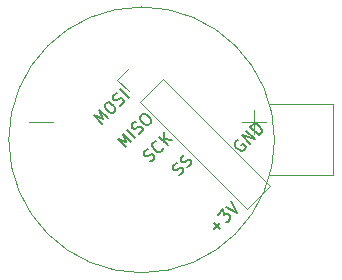
<source format=gbr>
%TF.GenerationSoftware,KiCad,Pcbnew,9.0.6-9.0.6~ubuntu24.04.1*%
%TF.CreationDate,2025-12-16T20:38:13-08:00*%
%TF.ProjectId,Shy_Beeper,5368795f-4265-4657-9065-722e6b696361,rev?*%
%TF.SameCoordinates,Original*%
%TF.FileFunction,Legend,Top*%
%TF.FilePolarity,Positive*%
%FSLAX46Y46*%
G04 Gerber Fmt 4.6, Leading zero omitted, Abs format (unit mm)*
G04 Created by KiCad (PCBNEW 9.0.6-9.0.6~ubuntu24.04.1) date 2025-12-16 20:38:13*
%MOMM*%
%LPD*%
G01*
G04 APERTURE LIST*
%ADD10C,0.200000*%
%ADD11C,0.120000*%
%ADD12C,0.100000*%
G04 APERTURE END LIST*
D10*
X145667508Y-100644711D02*
X144960401Y-99937604D01*
X144960401Y-99937604D02*
X145701179Y-100206978D01*
X145701179Y-100206978D02*
X145431805Y-99466199D01*
X145431805Y-99466199D02*
X146138912Y-100173306D01*
X146475630Y-99836589D02*
X145768523Y-99129482D01*
X146745003Y-99499872D02*
X146879690Y-99432528D01*
X146879690Y-99432528D02*
X147048049Y-99264169D01*
X147048049Y-99264169D02*
X147081721Y-99163154D01*
X147081721Y-99163154D02*
X147081721Y-99095811D01*
X147081721Y-99095811D02*
X147048049Y-98994795D01*
X147048049Y-98994795D02*
X146980706Y-98927452D01*
X146980706Y-98927452D02*
X146879690Y-98893780D01*
X146879690Y-98893780D02*
X146812347Y-98893780D01*
X146812347Y-98893780D02*
X146711331Y-98927452D01*
X146711331Y-98927452D02*
X146542973Y-99028467D01*
X146542973Y-99028467D02*
X146441957Y-99062139D01*
X146441957Y-99062139D02*
X146374614Y-99062139D01*
X146374614Y-99062139D02*
X146273599Y-99028467D01*
X146273599Y-99028467D02*
X146206255Y-98961124D01*
X146206255Y-98961124D02*
X146172583Y-98860108D01*
X146172583Y-98860108D02*
X146172583Y-98792765D01*
X146172583Y-98792765D02*
X146206255Y-98691750D01*
X146206255Y-98691750D02*
X146374614Y-98523391D01*
X146374614Y-98523391D02*
X146509301Y-98456047D01*
X146913362Y-97984643D02*
X147048049Y-97849956D01*
X147048049Y-97849956D02*
X147149064Y-97816284D01*
X147149064Y-97816284D02*
X147283751Y-97816284D01*
X147283751Y-97816284D02*
X147452110Y-97917299D01*
X147452110Y-97917299D02*
X147687812Y-98153002D01*
X147687812Y-98153002D02*
X147788828Y-98321360D01*
X147788828Y-98321360D02*
X147788828Y-98456047D01*
X147788828Y-98456047D02*
X147755156Y-98557063D01*
X147755156Y-98557063D02*
X147620469Y-98691750D01*
X147620469Y-98691750D02*
X147519454Y-98725421D01*
X147519454Y-98725421D02*
X147384767Y-98725421D01*
X147384767Y-98725421D02*
X147216408Y-98624406D01*
X147216408Y-98624406D02*
X146980706Y-98388704D01*
X146980706Y-98388704D02*
X146879690Y-98220345D01*
X146879690Y-98220345D02*
X146879690Y-98085658D01*
X146879690Y-98085658D02*
X146913362Y-97984643D01*
X155164462Y-100000886D02*
X155063447Y-100034558D01*
X155063447Y-100034558D02*
X154962431Y-100135573D01*
X154962431Y-100135573D02*
X154895088Y-100270260D01*
X154895088Y-100270260D02*
X154895088Y-100404947D01*
X154895088Y-100404947D02*
X154928760Y-100505963D01*
X154928760Y-100505963D02*
X155029775Y-100674321D01*
X155029775Y-100674321D02*
X155130790Y-100775337D01*
X155130790Y-100775337D02*
X155299149Y-100876352D01*
X155299149Y-100876352D02*
X155400164Y-100910024D01*
X155400164Y-100910024D02*
X155534851Y-100910024D01*
X155534851Y-100910024D02*
X155669538Y-100842680D01*
X155669538Y-100842680D02*
X155736882Y-100775337D01*
X155736882Y-100775337D02*
X155804225Y-100640650D01*
X155804225Y-100640650D02*
X155804225Y-100573306D01*
X155804225Y-100573306D02*
X155568523Y-100337604D01*
X155568523Y-100337604D02*
X155433836Y-100472291D01*
X156174614Y-100337604D02*
X155467508Y-99630497D01*
X155467508Y-99630497D02*
X156578675Y-99933543D01*
X156578675Y-99933543D02*
X155871569Y-99226436D01*
X156915393Y-99596825D02*
X156208286Y-98889719D01*
X156208286Y-98889719D02*
X156376645Y-98721360D01*
X156376645Y-98721360D02*
X156511332Y-98654016D01*
X156511332Y-98654016D02*
X156646019Y-98654016D01*
X156646019Y-98654016D02*
X156747034Y-98687688D01*
X156747034Y-98687688D02*
X156915393Y-98788703D01*
X156915393Y-98788703D02*
X157016408Y-98889719D01*
X157016408Y-98889719D02*
X157117423Y-99058077D01*
X157117423Y-99058077D02*
X157151095Y-99159093D01*
X157151095Y-99159093D02*
X157151095Y-99293780D01*
X157151095Y-99293780D02*
X157083752Y-99428467D01*
X157083752Y-99428467D02*
X156915393Y-99596825D01*
X153098134Y-107575337D02*
X153636882Y-107036589D01*
X153636882Y-107575337D02*
X153098134Y-107036589D01*
X153468523Y-106329482D02*
X153906255Y-105891749D01*
X153906255Y-105891749D02*
X153939927Y-106396826D01*
X153939927Y-106396826D02*
X154040943Y-106295810D01*
X154040943Y-106295810D02*
X154141958Y-106262139D01*
X154141958Y-106262139D02*
X154209301Y-106262139D01*
X154209301Y-106262139D02*
X154310317Y-106295810D01*
X154310317Y-106295810D02*
X154478675Y-106464169D01*
X154478675Y-106464169D02*
X154512347Y-106565184D01*
X154512347Y-106565184D02*
X154512347Y-106632528D01*
X154512347Y-106632528D02*
X154478675Y-106733543D01*
X154478675Y-106733543D02*
X154276645Y-106935574D01*
X154276645Y-106935574D02*
X154175630Y-106969245D01*
X154175630Y-106969245D02*
X154108286Y-106969245D01*
X154108286Y-105689719D02*
X155051095Y-106161123D01*
X155051095Y-106161123D02*
X154579691Y-105218314D01*
X150193050Y-102989972D02*
X150327737Y-102922628D01*
X150327737Y-102922628D02*
X150496096Y-102754269D01*
X150496096Y-102754269D02*
X150529768Y-102653254D01*
X150529768Y-102653254D02*
X150529768Y-102585911D01*
X150529768Y-102585911D02*
X150496096Y-102484895D01*
X150496096Y-102484895D02*
X150428752Y-102417552D01*
X150428752Y-102417552D02*
X150327737Y-102383880D01*
X150327737Y-102383880D02*
X150260394Y-102383880D01*
X150260394Y-102383880D02*
X150159378Y-102417552D01*
X150159378Y-102417552D02*
X149991020Y-102518567D01*
X149991020Y-102518567D02*
X149890004Y-102552239D01*
X149890004Y-102552239D02*
X149822661Y-102552239D01*
X149822661Y-102552239D02*
X149721646Y-102518567D01*
X149721646Y-102518567D02*
X149654302Y-102451224D01*
X149654302Y-102451224D02*
X149620630Y-102350208D01*
X149620630Y-102350208D02*
X149620630Y-102282865D01*
X149620630Y-102282865D02*
X149654302Y-102181850D01*
X149654302Y-102181850D02*
X149822661Y-102013491D01*
X149822661Y-102013491D02*
X149957348Y-101946147D01*
X150866485Y-102316537D02*
X151001172Y-102249193D01*
X151001172Y-102249193D02*
X151169531Y-102080834D01*
X151169531Y-102080834D02*
X151203203Y-101979819D01*
X151203203Y-101979819D02*
X151203203Y-101912476D01*
X151203203Y-101912476D02*
X151169531Y-101811460D01*
X151169531Y-101811460D02*
X151102187Y-101744117D01*
X151102187Y-101744117D02*
X151001172Y-101710445D01*
X151001172Y-101710445D02*
X150933829Y-101710445D01*
X150933829Y-101710445D02*
X150832813Y-101744117D01*
X150832813Y-101744117D02*
X150664455Y-101845132D01*
X150664455Y-101845132D02*
X150563439Y-101878804D01*
X150563439Y-101878804D02*
X150496096Y-101878804D01*
X150496096Y-101878804D02*
X150395081Y-101845132D01*
X150395081Y-101845132D02*
X150327737Y-101777789D01*
X150327737Y-101777789D02*
X150294065Y-101676773D01*
X150294065Y-101676773D02*
X150294065Y-101609430D01*
X150294065Y-101609430D02*
X150327737Y-101508415D01*
X150327737Y-101508415D02*
X150496096Y-101340056D01*
X150496096Y-101340056D02*
X150630783Y-101272712D01*
X147746308Y-101830501D02*
X147880995Y-101763157D01*
X147880995Y-101763157D02*
X148049354Y-101594798D01*
X148049354Y-101594798D02*
X148083026Y-101493783D01*
X148083026Y-101493783D02*
X148083026Y-101426440D01*
X148083026Y-101426440D02*
X148049354Y-101325424D01*
X148049354Y-101325424D02*
X147982010Y-101258081D01*
X147982010Y-101258081D02*
X147880995Y-101224409D01*
X147880995Y-101224409D02*
X147813652Y-101224409D01*
X147813652Y-101224409D02*
X147712636Y-101258081D01*
X147712636Y-101258081D02*
X147544278Y-101359096D01*
X147544278Y-101359096D02*
X147443262Y-101392768D01*
X147443262Y-101392768D02*
X147375919Y-101392768D01*
X147375919Y-101392768D02*
X147274904Y-101359096D01*
X147274904Y-101359096D02*
X147207560Y-101291753D01*
X147207560Y-101291753D02*
X147173888Y-101190737D01*
X147173888Y-101190737D02*
X147173888Y-101123394D01*
X147173888Y-101123394D02*
X147207560Y-101022379D01*
X147207560Y-101022379D02*
X147375919Y-100854020D01*
X147375919Y-100854020D02*
X147510606Y-100786676D01*
X148823804Y-100685661D02*
X148823804Y-100753005D01*
X148823804Y-100753005D02*
X148756461Y-100887692D01*
X148756461Y-100887692D02*
X148689117Y-100955035D01*
X148689117Y-100955035D02*
X148554430Y-101022379D01*
X148554430Y-101022379D02*
X148419743Y-101022379D01*
X148419743Y-101022379D02*
X148318728Y-100988707D01*
X148318728Y-100988707D02*
X148150369Y-100887692D01*
X148150369Y-100887692D02*
X148049354Y-100786676D01*
X148049354Y-100786676D02*
X147948339Y-100618318D01*
X147948339Y-100618318D02*
X147914667Y-100517302D01*
X147914667Y-100517302D02*
X147914667Y-100382615D01*
X147914667Y-100382615D02*
X147982010Y-100247928D01*
X147982010Y-100247928D02*
X148049354Y-100180585D01*
X148049354Y-100180585D02*
X148184041Y-100113241D01*
X148184041Y-100113241D02*
X148251384Y-100113241D01*
X149194193Y-100449959D02*
X148487087Y-99742852D01*
X149598255Y-100045898D02*
X148891148Y-99944883D01*
X148891148Y-99338791D02*
X148891148Y-100146913D01*
X143667508Y-98644711D02*
X142960401Y-97937604D01*
X142960401Y-97937604D02*
X143701179Y-98206978D01*
X143701179Y-98206978D02*
X143431805Y-97466199D01*
X143431805Y-97466199D02*
X144138912Y-98173306D01*
X143903210Y-96994795D02*
X144037897Y-96860108D01*
X144037897Y-96860108D02*
X144138912Y-96826436D01*
X144138912Y-96826436D02*
X144273599Y-96826436D01*
X144273599Y-96826436D02*
X144441958Y-96927452D01*
X144441958Y-96927452D02*
X144677660Y-97163154D01*
X144677660Y-97163154D02*
X144778675Y-97331513D01*
X144778675Y-97331513D02*
X144778675Y-97466200D01*
X144778675Y-97466200D02*
X144745004Y-97567215D01*
X144745004Y-97567215D02*
X144610317Y-97701902D01*
X144610317Y-97701902D02*
X144509301Y-97735574D01*
X144509301Y-97735574D02*
X144374614Y-97735574D01*
X144374614Y-97735574D02*
X144206256Y-97634558D01*
X144206256Y-97634558D02*
X143970553Y-97398856D01*
X143970553Y-97398856D02*
X143869538Y-97230497D01*
X143869538Y-97230497D02*
X143869538Y-97095810D01*
X143869538Y-97095810D02*
X143903210Y-96994795D01*
X145149065Y-97095810D02*
X145283752Y-97028467D01*
X145283752Y-97028467D02*
X145452110Y-96860108D01*
X145452110Y-96860108D02*
X145485782Y-96759093D01*
X145485782Y-96759093D02*
X145485782Y-96691749D01*
X145485782Y-96691749D02*
X145452110Y-96590734D01*
X145452110Y-96590734D02*
X145384767Y-96523391D01*
X145384767Y-96523391D02*
X145283752Y-96489719D01*
X145283752Y-96489719D02*
X145216408Y-96489719D01*
X145216408Y-96489719D02*
X145115393Y-96523391D01*
X145115393Y-96523391D02*
X144947034Y-96624406D01*
X144947034Y-96624406D02*
X144846019Y-96658078D01*
X144846019Y-96658078D02*
X144778675Y-96658078D01*
X144778675Y-96658078D02*
X144677660Y-96624406D01*
X144677660Y-96624406D02*
X144610317Y-96557062D01*
X144610317Y-96557062D02*
X144576645Y-96456047D01*
X144576645Y-96456047D02*
X144576645Y-96388704D01*
X144576645Y-96388704D02*
X144610317Y-96287688D01*
X144610317Y-96287688D02*
X144778675Y-96119330D01*
X144778675Y-96119330D02*
X144913362Y-96051986D01*
X145889843Y-96422375D02*
X145182736Y-95715268D01*
D11*
%TO.C,J1*%
X144956283Y-94907898D02*
X145932091Y-93932091D01*
X145932091Y-95883705D02*
X144956283Y-94907898D01*
X146830116Y-96781731D02*
X155888154Y-105839769D01*
X146830116Y-96781731D02*
X148781731Y-94830116D01*
X155888154Y-105839769D02*
X157839769Y-103888154D01*
X148781731Y-94830116D02*
X157839769Y-103888154D01*
D12*
%TO.C,BT1*%
X137500000Y-98500000D02*
X139500000Y-98500000D01*
X155500000Y-98500000D02*
X157500000Y-98500000D01*
X156500000Y-97500000D02*
X156500000Y-99500000D01*
X163225000Y-97000000D02*
X157842624Y-97000000D01*
X163225000Y-97000000D02*
X163225000Y-103000000D01*
X163225000Y-103000000D02*
X157842624Y-103000000D01*
X158250000Y-100000000D02*
G75*
G02*
X135750000Y-100000000I-11250000J0D01*
G01*
X135750000Y-100000000D02*
G75*
G02*
X158250000Y-100000000I11250000J0D01*
G01*
%TD*%
M02*

</source>
